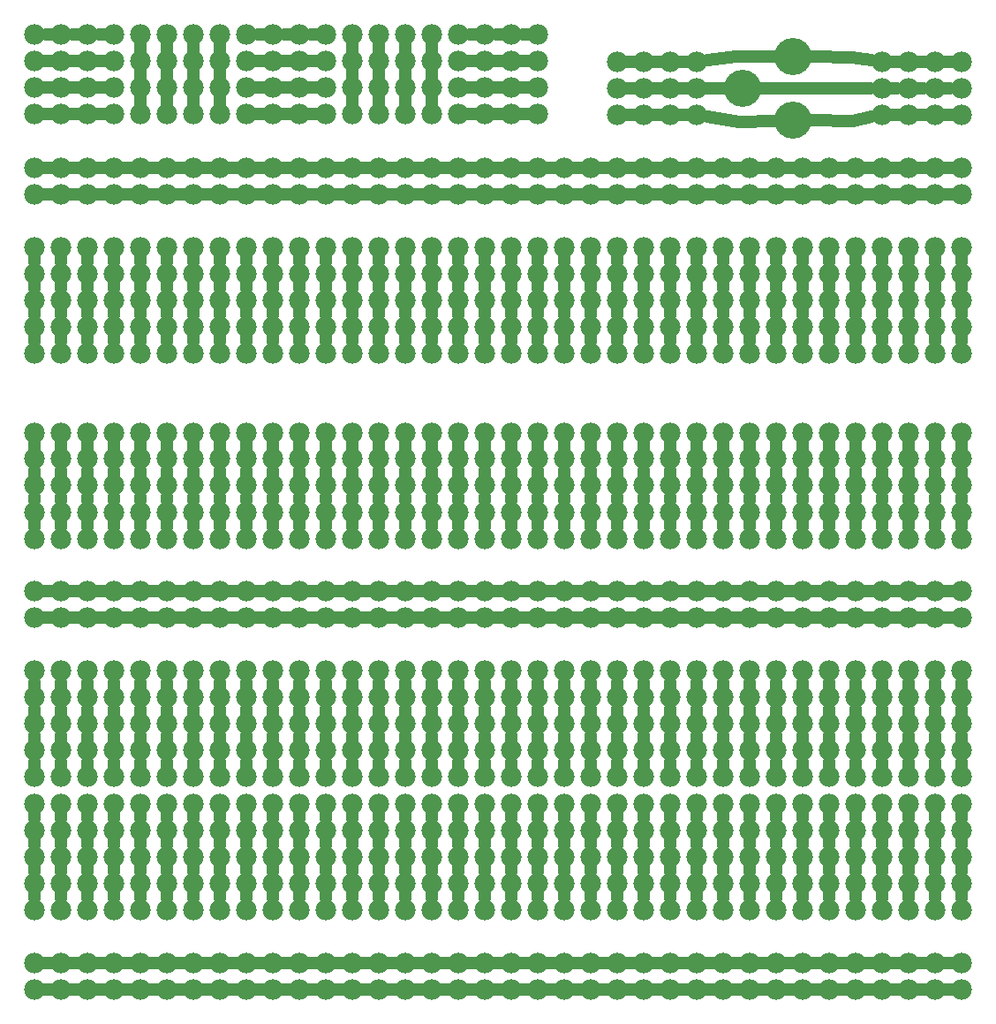
<source format=gbl>
G04 MADE WITH FRITZING*
G04 WWW.FRITZING.ORG*
G04 DOUBLE SIDED*
G04 HOLES PLATED*
G04 CONTOUR ON CENTER OF CONTOUR VECTOR*
%ASAXBY*%
%FSLAX23Y23*%
%MOIN*%
%OFA0B0*%
%SFA1.0B1.0*%
%ADD10C,0.140000*%
%ADD11C,0.078000*%
%ADD12C,0.048000*%
%LNCOPPER0*%
G90*
G70*
G54D10*
X3093Y3438D03*
X3093Y3678D03*
X2903Y3558D03*
G54D11*
X2130Y3461D03*
X2030Y3461D03*
X1930Y3461D03*
X1830Y3461D03*
X1730Y3461D03*
X1630Y3461D03*
X1530Y3461D03*
X1430Y3461D03*
X1330Y3461D03*
X1230Y3461D03*
X1130Y3461D03*
X1030Y3461D03*
X930Y3461D03*
X830Y3461D03*
X730Y3461D03*
X630Y3461D03*
X530Y3461D03*
X430Y3461D03*
X330Y3461D03*
X230Y3461D03*
X2131Y3561D03*
X2031Y3561D03*
X1931Y3561D03*
X1831Y3561D03*
X1731Y3561D03*
X1631Y3561D03*
X1531Y3561D03*
X1431Y3561D03*
X1331Y3561D03*
X1231Y3561D03*
X1131Y3561D03*
X1031Y3561D03*
X931Y3561D03*
X831Y3561D03*
X731Y3561D03*
X631Y3561D03*
X531Y3561D03*
X431Y3561D03*
X331Y3561D03*
X231Y3561D03*
X2131Y3661D03*
X2031Y3661D03*
X1931Y3661D03*
X1831Y3661D03*
X1731Y3661D03*
X1631Y3661D03*
X1531Y3661D03*
X1431Y3661D03*
X1331Y3661D03*
X1231Y3661D03*
X1131Y3661D03*
X1031Y3661D03*
X931Y3661D03*
X831Y3661D03*
X731Y3661D03*
X631Y3661D03*
X531Y3661D03*
X431Y3661D03*
X331Y3661D03*
X231Y3661D03*
X2131Y3761D03*
X2031Y3761D03*
X1931Y3761D03*
X1831Y3761D03*
X1731Y3761D03*
X1631Y3761D03*
X1531Y3761D03*
X1431Y3761D03*
X1331Y3761D03*
X1231Y3761D03*
X1131Y3761D03*
X1031Y3761D03*
X931Y3761D03*
X831Y3761D03*
X731Y3761D03*
X631Y3761D03*
X531Y3761D03*
X431Y3761D03*
X331Y3761D03*
X231Y3761D03*
X2730Y3559D03*
X2630Y3559D03*
X2530Y3559D03*
X2430Y3559D03*
X2730Y3459D03*
X2630Y3459D03*
X2530Y3459D03*
X2430Y3459D03*
X2731Y3659D03*
X2631Y3659D03*
X2531Y3659D03*
X2431Y3659D03*
X3730Y3459D03*
X3630Y3459D03*
X3530Y3459D03*
X3430Y3459D03*
X3730Y3559D03*
X3630Y3559D03*
X3530Y3559D03*
X3430Y3559D03*
X3730Y3659D03*
X3630Y3659D03*
X3530Y3659D03*
X3430Y3659D03*
X3731Y3159D03*
X3631Y3159D03*
X3531Y3159D03*
X3431Y3159D03*
X3331Y3159D03*
X3231Y3159D03*
X3131Y3159D03*
X3031Y3159D03*
X2931Y3159D03*
X2831Y3159D03*
X2731Y3159D03*
X2631Y3159D03*
X2531Y3159D03*
X2431Y3159D03*
X2331Y3159D03*
X2231Y3159D03*
X2131Y3159D03*
X2031Y3159D03*
X1931Y3159D03*
X1831Y3159D03*
X1731Y3159D03*
X1631Y3159D03*
X1531Y3159D03*
X1431Y3159D03*
X1331Y3159D03*
X1231Y3159D03*
X1131Y3159D03*
X1031Y3159D03*
X931Y3159D03*
X831Y3159D03*
X731Y3159D03*
X631Y3159D03*
X531Y3159D03*
X431Y3159D03*
X331Y3159D03*
X231Y3159D03*
X3730Y3259D03*
X3630Y3259D03*
X3530Y3259D03*
X3430Y3259D03*
X3330Y3259D03*
X3230Y3259D03*
X3130Y3259D03*
X3030Y3259D03*
X2930Y3259D03*
X2830Y3259D03*
X2730Y3259D03*
X2630Y3259D03*
X2530Y3259D03*
X2430Y3259D03*
X2330Y3259D03*
X2230Y3259D03*
X2130Y3259D03*
X2030Y3259D03*
X1930Y3259D03*
X1830Y3259D03*
X1730Y3259D03*
X1630Y3259D03*
X1530Y3259D03*
X1430Y3259D03*
X1330Y3259D03*
X1230Y3259D03*
X1130Y3259D03*
X1030Y3259D03*
X930Y3259D03*
X830Y3259D03*
X730Y3259D03*
X630Y3259D03*
X530Y3259D03*
X430Y3259D03*
X330Y3259D03*
X230Y3259D03*
X3730Y2859D03*
X3630Y2859D03*
X3530Y2859D03*
X3430Y2859D03*
X3330Y2859D03*
X3230Y2859D03*
X3130Y2859D03*
X3030Y2859D03*
X2930Y2859D03*
X2830Y2859D03*
X2730Y2859D03*
X2630Y2859D03*
X2530Y2859D03*
X2430Y2859D03*
X2330Y2859D03*
X2230Y2859D03*
X2130Y2859D03*
X2030Y2859D03*
X1930Y2859D03*
X1830Y2859D03*
X1730Y2859D03*
X1630Y2859D03*
X1530Y2859D03*
X1430Y2859D03*
X1330Y2859D03*
X1230Y2859D03*
X1130Y2859D03*
X1030Y2859D03*
X930Y2859D03*
X830Y2859D03*
X730Y2859D03*
X630Y2859D03*
X530Y2859D03*
X430Y2859D03*
X330Y2859D03*
X230Y2859D03*
X3730Y2659D03*
X3630Y2659D03*
X3530Y2659D03*
X3430Y2659D03*
X3330Y2659D03*
X3230Y2659D03*
X3130Y2659D03*
X3030Y2659D03*
X2930Y2659D03*
X2830Y2659D03*
X2730Y2659D03*
X2630Y2659D03*
X2530Y2659D03*
X2430Y2659D03*
X2330Y2659D03*
X2230Y2659D03*
X2130Y2659D03*
X2030Y2659D03*
X1930Y2659D03*
X1830Y2659D03*
X1730Y2659D03*
X1630Y2659D03*
X1530Y2659D03*
X1430Y2659D03*
X1330Y2659D03*
X1230Y2659D03*
X1130Y2659D03*
X1030Y2659D03*
X930Y2659D03*
X830Y2659D03*
X730Y2659D03*
X630Y2659D03*
X530Y2659D03*
X430Y2659D03*
X330Y2659D03*
X230Y2659D03*
X3730Y2959D03*
X3630Y2959D03*
X3530Y2959D03*
X3430Y2959D03*
X3330Y2959D03*
X3230Y2959D03*
X3130Y2959D03*
X3030Y2959D03*
X2930Y2959D03*
X2830Y2959D03*
X2730Y2959D03*
X2630Y2959D03*
X2530Y2959D03*
X2430Y2959D03*
X2330Y2959D03*
X2230Y2959D03*
X2130Y2959D03*
X2030Y2959D03*
X1930Y2959D03*
X1830Y2959D03*
X1730Y2959D03*
X1630Y2959D03*
X1530Y2959D03*
X1430Y2959D03*
X1330Y2959D03*
X1230Y2959D03*
X1130Y2959D03*
X1030Y2959D03*
X930Y2959D03*
X830Y2959D03*
X730Y2959D03*
X630Y2959D03*
X530Y2959D03*
X430Y2959D03*
X330Y2959D03*
X230Y2959D03*
X3731Y2759D03*
X3631Y2759D03*
X3531Y2759D03*
X3431Y2759D03*
X3331Y2759D03*
X3231Y2759D03*
X3131Y2759D03*
X3031Y2759D03*
X2931Y2759D03*
X2831Y2759D03*
X2731Y2759D03*
X2631Y2759D03*
X2531Y2759D03*
X2431Y2759D03*
X2331Y2759D03*
X2231Y2759D03*
X2131Y2759D03*
X2031Y2759D03*
X1931Y2759D03*
X1831Y2759D03*
X1731Y2759D03*
X1631Y2759D03*
X1531Y2759D03*
X1431Y2759D03*
X1331Y2759D03*
X1231Y2759D03*
X1131Y2759D03*
X1031Y2759D03*
X931Y2759D03*
X831Y2759D03*
X731Y2759D03*
X631Y2759D03*
X531Y2759D03*
X431Y2759D03*
X331Y2759D03*
X231Y2759D03*
X3730Y2559D03*
X3630Y2559D03*
X3530Y2559D03*
X3430Y2559D03*
X3330Y2559D03*
X3230Y2559D03*
X3130Y2559D03*
X3030Y2559D03*
X2930Y2559D03*
X2830Y2559D03*
X2730Y2559D03*
X2630Y2559D03*
X2530Y2559D03*
X2430Y2559D03*
X2330Y2559D03*
X2230Y2559D03*
X2130Y2559D03*
X2030Y2559D03*
X1930Y2559D03*
X1830Y2559D03*
X1730Y2559D03*
X1630Y2559D03*
X1530Y2559D03*
X1430Y2559D03*
X1330Y2559D03*
X1230Y2559D03*
X1130Y2559D03*
X1030Y2559D03*
X930Y2559D03*
X830Y2559D03*
X730Y2559D03*
X630Y2559D03*
X530Y2559D03*
X430Y2559D03*
X330Y2559D03*
X230Y2559D03*
X3731Y1560D03*
X3631Y1560D03*
X3531Y1560D03*
X3431Y1560D03*
X3331Y1560D03*
X3231Y1560D03*
X3131Y1560D03*
X3031Y1560D03*
X2931Y1560D03*
X2831Y1560D03*
X2731Y1560D03*
X2631Y1560D03*
X2531Y1560D03*
X2431Y1560D03*
X2331Y1560D03*
X2231Y1560D03*
X2131Y1560D03*
X2031Y1560D03*
X1931Y1560D03*
X1831Y1560D03*
X1731Y1560D03*
X1631Y1560D03*
X1531Y1560D03*
X1431Y1560D03*
X1331Y1560D03*
X1231Y1560D03*
X1131Y1560D03*
X1031Y1560D03*
X931Y1560D03*
X831Y1560D03*
X731Y1560D03*
X631Y1560D03*
X531Y1560D03*
X431Y1560D03*
X331Y1560D03*
X231Y1560D03*
X3730Y1660D03*
X3630Y1660D03*
X3530Y1660D03*
X3430Y1660D03*
X3330Y1660D03*
X3230Y1660D03*
X3130Y1660D03*
X3030Y1660D03*
X2930Y1660D03*
X2830Y1660D03*
X2730Y1660D03*
X2630Y1660D03*
X2530Y1660D03*
X2430Y1660D03*
X2330Y1660D03*
X2230Y1660D03*
X2130Y1660D03*
X2030Y1660D03*
X1930Y1660D03*
X1830Y1660D03*
X1730Y1660D03*
X1630Y1660D03*
X1530Y1660D03*
X1430Y1660D03*
X1330Y1660D03*
X1230Y1660D03*
X1130Y1660D03*
X1030Y1660D03*
X930Y1660D03*
X830Y1660D03*
X730Y1660D03*
X630Y1660D03*
X530Y1660D03*
X430Y1660D03*
X330Y1660D03*
X230Y1660D03*
X3730Y2060D03*
X3630Y2060D03*
X3530Y2060D03*
X3430Y2060D03*
X3330Y2060D03*
X3230Y2060D03*
X3130Y2060D03*
X3030Y2060D03*
X2930Y2060D03*
X2830Y2060D03*
X2730Y2060D03*
X2630Y2060D03*
X2530Y2060D03*
X2430Y2060D03*
X2330Y2060D03*
X2230Y2060D03*
X2130Y2060D03*
X2030Y2060D03*
X1930Y2060D03*
X1830Y2060D03*
X1730Y2060D03*
X1630Y2060D03*
X1530Y2060D03*
X1430Y2060D03*
X1330Y2060D03*
X1230Y2060D03*
X1130Y2060D03*
X1030Y2060D03*
X930Y2060D03*
X830Y2060D03*
X730Y2060D03*
X630Y2060D03*
X530Y2060D03*
X430Y2060D03*
X330Y2060D03*
X230Y2060D03*
X3730Y1859D03*
X3630Y1859D03*
X3530Y1859D03*
X3430Y1859D03*
X3330Y1859D03*
X3230Y1859D03*
X3130Y1859D03*
X3030Y1859D03*
X2930Y1859D03*
X2830Y1859D03*
X2730Y1859D03*
X2630Y1859D03*
X2530Y1859D03*
X2430Y1859D03*
X2330Y1859D03*
X2230Y1859D03*
X2130Y1859D03*
X2030Y1859D03*
X1930Y1859D03*
X1830Y1859D03*
X1730Y1859D03*
X1630Y1859D03*
X1530Y1859D03*
X1430Y1859D03*
X1330Y1859D03*
X1230Y1859D03*
X1130Y1859D03*
X1030Y1859D03*
X930Y1859D03*
X830Y1859D03*
X730Y1859D03*
X630Y1859D03*
X530Y1859D03*
X430Y1859D03*
X330Y1859D03*
X230Y1859D03*
X3730Y2160D03*
X3630Y2160D03*
X3530Y2160D03*
X3430Y2160D03*
X3330Y2160D03*
X3230Y2160D03*
X3130Y2160D03*
X3030Y2160D03*
X2930Y2160D03*
X2830Y2160D03*
X2730Y2160D03*
X2630Y2160D03*
X2530Y2160D03*
X2430Y2160D03*
X2330Y2160D03*
X2230Y2160D03*
X2130Y2160D03*
X2030Y2160D03*
X1930Y2160D03*
X1830Y2160D03*
X1730Y2160D03*
X1630Y2160D03*
X1530Y2160D03*
X1430Y2160D03*
X1330Y2160D03*
X1230Y2160D03*
X1130Y2160D03*
X1030Y2160D03*
X930Y2160D03*
X830Y2160D03*
X730Y2160D03*
X630Y2160D03*
X530Y2160D03*
X430Y2160D03*
X330Y2160D03*
X230Y2160D03*
X3730Y2259D03*
X3630Y2259D03*
X3530Y2259D03*
X3430Y2259D03*
X3330Y2259D03*
X3230Y2259D03*
X3130Y2259D03*
X3030Y2259D03*
X2930Y2259D03*
X2830Y2259D03*
X2730Y2259D03*
X2630Y2259D03*
X2530Y2259D03*
X2430Y2259D03*
X2330Y2259D03*
X2230Y2259D03*
X2130Y2259D03*
X2030Y2259D03*
X1930Y2259D03*
X1830Y2259D03*
X1730Y2259D03*
X1630Y2259D03*
X1530Y2259D03*
X1430Y2259D03*
X1330Y2259D03*
X1230Y2259D03*
X1130Y2259D03*
X1030Y2259D03*
X930Y2259D03*
X830Y2259D03*
X730Y2259D03*
X630Y2259D03*
X530Y2259D03*
X430Y2259D03*
X330Y2259D03*
X230Y2259D03*
X3729Y1959D03*
X3629Y1959D03*
X3529Y1959D03*
X3429Y1959D03*
X3329Y1959D03*
X3229Y1959D03*
X3129Y1959D03*
X3029Y1959D03*
X2929Y1959D03*
X2829Y1959D03*
X2729Y1959D03*
X2629Y1959D03*
X2529Y1959D03*
X2429Y1959D03*
X2329Y1959D03*
X2229Y1959D03*
X2129Y1959D03*
X2029Y1959D03*
X1929Y1959D03*
X1829Y1959D03*
X1729Y1959D03*
X1629Y1959D03*
X1529Y1959D03*
X1429Y1959D03*
X1329Y1959D03*
X1229Y1959D03*
X1129Y1959D03*
X1029Y1959D03*
X929Y1959D03*
X829Y1959D03*
X729Y1959D03*
X629Y1959D03*
X529Y1959D03*
X429Y1959D03*
X329Y1959D03*
X229Y1959D03*
X3731Y1160D03*
X3631Y1160D03*
X3531Y1160D03*
X3431Y1160D03*
X3331Y1160D03*
X3231Y1160D03*
X3131Y1160D03*
X3031Y1160D03*
X2931Y1160D03*
X2831Y1160D03*
X2731Y1160D03*
X2631Y1160D03*
X2531Y1160D03*
X2431Y1160D03*
X2331Y1160D03*
X2231Y1160D03*
X2131Y1160D03*
X2031Y1160D03*
X1931Y1160D03*
X1831Y1160D03*
X1731Y1160D03*
X1631Y1160D03*
X1531Y1160D03*
X1431Y1160D03*
X1331Y1160D03*
X1231Y1160D03*
X1131Y1160D03*
X1031Y1160D03*
X931Y1160D03*
X831Y1160D03*
X731Y1160D03*
X631Y1160D03*
X531Y1160D03*
X431Y1160D03*
X331Y1160D03*
X231Y1160D03*
X3730Y1360D03*
X3630Y1360D03*
X3530Y1360D03*
X3430Y1360D03*
X3330Y1360D03*
X3230Y1360D03*
X3130Y1360D03*
X3030Y1360D03*
X2930Y1360D03*
X2830Y1360D03*
X2730Y1360D03*
X2630Y1360D03*
X2530Y1360D03*
X2430Y1360D03*
X2330Y1360D03*
X2230Y1360D03*
X2130Y1360D03*
X2030Y1360D03*
X1930Y1360D03*
X1830Y1360D03*
X1730Y1360D03*
X1630Y1360D03*
X1530Y1360D03*
X1430Y1360D03*
X1330Y1360D03*
X1230Y1360D03*
X1130Y1360D03*
X1030Y1360D03*
X930Y1360D03*
X830Y1360D03*
X730Y1360D03*
X630Y1360D03*
X530Y1360D03*
X430Y1360D03*
X330Y1360D03*
X230Y1360D03*
X3730Y960D03*
X3630Y960D03*
X3530Y960D03*
X3430Y960D03*
X3330Y960D03*
X3230Y960D03*
X3130Y960D03*
X3030Y960D03*
X2930Y960D03*
X2830Y960D03*
X2730Y960D03*
X2630Y960D03*
X2530Y960D03*
X2430Y960D03*
X2330Y960D03*
X2230Y960D03*
X2130Y960D03*
X2030Y960D03*
X1930Y960D03*
X1830Y960D03*
X1730Y960D03*
X1630Y960D03*
X1530Y960D03*
X1430Y960D03*
X1330Y960D03*
X1230Y960D03*
X1130Y960D03*
X1030Y960D03*
X930Y960D03*
X830Y960D03*
X730Y960D03*
X630Y960D03*
X530Y960D03*
X430Y960D03*
X330Y960D03*
X230Y960D03*
X3730Y1060D03*
X3630Y1060D03*
X3530Y1060D03*
X3430Y1060D03*
X3330Y1060D03*
X3230Y1060D03*
X3130Y1060D03*
X3030Y1060D03*
X2930Y1060D03*
X2830Y1060D03*
X2730Y1060D03*
X2630Y1060D03*
X2530Y1060D03*
X2430Y1060D03*
X2330Y1060D03*
X2230Y1060D03*
X2130Y1060D03*
X2030Y1060D03*
X1930Y1060D03*
X1830Y1060D03*
X1730Y1060D03*
X1630Y1060D03*
X1530Y1060D03*
X1430Y1060D03*
X1330Y1060D03*
X1230Y1060D03*
X1130Y1060D03*
X1030Y1060D03*
X930Y1060D03*
X830Y1060D03*
X730Y1060D03*
X630Y1060D03*
X530Y1060D03*
X430Y1060D03*
X330Y1060D03*
X230Y1060D03*
X3730Y1260D03*
X3630Y1260D03*
X3530Y1260D03*
X3430Y1260D03*
X3330Y1260D03*
X3230Y1260D03*
X3130Y1260D03*
X3030Y1260D03*
X2930Y1260D03*
X2830Y1260D03*
X2730Y1260D03*
X2630Y1260D03*
X2530Y1260D03*
X2430Y1260D03*
X2330Y1260D03*
X2230Y1260D03*
X2130Y1260D03*
X2030Y1260D03*
X1930Y1260D03*
X1830Y1260D03*
X1730Y1260D03*
X1630Y1260D03*
X1530Y1260D03*
X1430Y1260D03*
X1330Y1260D03*
X1230Y1260D03*
X1130Y1260D03*
X1030Y1260D03*
X930Y1260D03*
X830Y1260D03*
X730Y1260D03*
X630Y1260D03*
X530Y1260D03*
X430Y1260D03*
X330Y1260D03*
X230Y1260D03*
X3731Y859D03*
X3631Y859D03*
X3531Y859D03*
X3431Y859D03*
X3331Y859D03*
X3231Y859D03*
X3131Y859D03*
X3031Y859D03*
X2931Y859D03*
X2831Y859D03*
X2731Y859D03*
X2631Y859D03*
X2531Y859D03*
X2431Y859D03*
X2331Y859D03*
X2231Y859D03*
X2131Y859D03*
X2031Y859D03*
X1931Y859D03*
X1831Y859D03*
X1731Y859D03*
X1631Y859D03*
X1531Y859D03*
X1431Y859D03*
X1331Y859D03*
X1231Y859D03*
X1131Y859D03*
X1031Y859D03*
X931Y859D03*
X831Y859D03*
X731Y859D03*
X631Y859D03*
X531Y859D03*
X431Y859D03*
X331Y859D03*
X231Y859D03*
X3730Y759D03*
X3630Y759D03*
X3530Y759D03*
X3430Y759D03*
X3330Y759D03*
X3230Y759D03*
X3130Y759D03*
X3030Y759D03*
X2930Y759D03*
X2830Y759D03*
X2730Y759D03*
X2630Y759D03*
X2530Y759D03*
X2430Y759D03*
X2330Y759D03*
X2230Y759D03*
X2130Y759D03*
X2030Y759D03*
X1930Y759D03*
X1830Y759D03*
X1730Y759D03*
X1630Y759D03*
X1530Y759D03*
X1430Y759D03*
X1330Y759D03*
X1230Y759D03*
X1130Y759D03*
X1030Y759D03*
X930Y759D03*
X830Y759D03*
X730Y759D03*
X630Y759D03*
X530Y759D03*
X430Y759D03*
X330Y759D03*
X230Y759D03*
X3731Y659D03*
X3631Y659D03*
X3531Y659D03*
X3431Y659D03*
X3331Y659D03*
X3231Y659D03*
X3131Y659D03*
X3031Y659D03*
X2931Y659D03*
X2831Y659D03*
X2731Y659D03*
X2631Y659D03*
X2531Y659D03*
X2431Y659D03*
X2331Y659D03*
X2231Y659D03*
X2131Y659D03*
X2031Y659D03*
X1931Y659D03*
X1831Y659D03*
X1731Y659D03*
X1631Y659D03*
X1531Y659D03*
X1431Y659D03*
X1331Y659D03*
X1231Y659D03*
X1131Y659D03*
X1031Y659D03*
X931Y659D03*
X831Y659D03*
X731Y659D03*
X631Y659D03*
X531Y659D03*
X431Y659D03*
X331Y659D03*
X231Y659D03*
X3730Y559D03*
X3630Y559D03*
X3530Y559D03*
X3430Y559D03*
X3330Y559D03*
X3230Y559D03*
X3130Y559D03*
X3030Y559D03*
X2930Y559D03*
X2830Y559D03*
X2730Y559D03*
X2630Y559D03*
X2530Y559D03*
X2430Y559D03*
X2330Y559D03*
X2230Y559D03*
X2130Y559D03*
X2030Y559D03*
X1930Y559D03*
X1830Y559D03*
X1730Y559D03*
X1630Y559D03*
X1530Y559D03*
X1430Y559D03*
X1330Y559D03*
X1230Y559D03*
X1130Y559D03*
X1030Y559D03*
X930Y559D03*
X830Y559D03*
X730Y559D03*
X630Y559D03*
X530Y559D03*
X430Y559D03*
X330Y559D03*
X230Y559D03*
X3731Y459D03*
X3631Y459D03*
X3531Y459D03*
X3431Y459D03*
X3331Y459D03*
X3231Y459D03*
X3131Y459D03*
X3031Y459D03*
X2931Y459D03*
X2831Y459D03*
X2731Y459D03*
X2631Y459D03*
X2531Y459D03*
X2431Y459D03*
X2331Y459D03*
X2231Y459D03*
X2131Y459D03*
X2031Y459D03*
X1931Y459D03*
X1831Y459D03*
X1731Y459D03*
X1631Y459D03*
X1531Y459D03*
X1431Y459D03*
X1331Y459D03*
X1231Y459D03*
X1131Y459D03*
X1031Y459D03*
X931Y459D03*
X831Y459D03*
X731Y459D03*
X631Y459D03*
X531Y459D03*
X431Y459D03*
X331Y459D03*
X231Y459D03*
X3731Y259D03*
X3631Y259D03*
X3531Y259D03*
X3431Y259D03*
X3331Y259D03*
X3231Y259D03*
X3131Y259D03*
X3031Y259D03*
X2931Y259D03*
X2831Y259D03*
X2731Y259D03*
X2631Y259D03*
X2531Y259D03*
X2431Y259D03*
X2331Y259D03*
X2231Y259D03*
X2131Y259D03*
X2031Y259D03*
X1931Y259D03*
X1831Y259D03*
X1731Y259D03*
X1631Y259D03*
X1531Y259D03*
X1431Y259D03*
X1331Y259D03*
X1231Y259D03*
X1131Y259D03*
X1031Y259D03*
X931Y259D03*
X831Y259D03*
X731Y259D03*
X631Y259D03*
X531Y259D03*
X431Y259D03*
X331Y259D03*
X231Y259D03*
X3731Y159D03*
X3631Y159D03*
X3531Y159D03*
X3431Y159D03*
X3331Y159D03*
X3231Y159D03*
X3131Y159D03*
X3031Y159D03*
X2931Y159D03*
X2831Y159D03*
X2731Y159D03*
X2631Y159D03*
X2531Y159D03*
X2431Y159D03*
X2331Y159D03*
X2231Y159D03*
X2131Y159D03*
X2031Y159D03*
X1931Y159D03*
X1831Y159D03*
X1731Y159D03*
X1631Y159D03*
X1531Y159D03*
X1431Y159D03*
X1331Y159D03*
X1231Y159D03*
X1131Y159D03*
X1031Y159D03*
X931Y159D03*
X831Y159D03*
X731Y159D03*
X631Y159D03*
X531Y159D03*
X431Y159D03*
X331Y159D03*
X231Y159D03*
G54D12*
X3730Y1019D02*
X3730Y1001D01*
D02*
X3388Y3559D02*
X2975Y3558D01*
D02*
X3489Y3659D02*
X3471Y3659D01*
D02*
X3488Y3559D02*
X3471Y3559D01*
D02*
X3489Y3459D02*
X3471Y3459D01*
D02*
X1890Y3761D02*
X1873Y3761D01*
D02*
X1990Y3761D02*
X1973Y3761D01*
D02*
X2073Y3761D02*
X2090Y3761D01*
D02*
X1872Y3661D02*
X1890Y3661D01*
D02*
X1972Y3661D02*
X1990Y3661D01*
D02*
X2072Y3661D02*
X2090Y3661D01*
D02*
X1872Y3561D02*
X1890Y3561D01*
D02*
X1972Y3561D02*
X1990Y3561D01*
D02*
X2072Y3561D02*
X2090Y3561D01*
D02*
X1872Y3461D02*
X1889Y3461D01*
D02*
X1972Y3461D02*
X1989Y3461D01*
D02*
X2072Y3461D02*
X2089Y3461D01*
D02*
X1731Y3720D02*
X1731Y3702D01*
D02*
X1731Y3620D02*
X1731Y3602D01*
D02*
X1731Y3520D02*
X1731Y3502D01*
D02*
X1631Y3520D02*
X1631Y3502D01*
D02*
X1631Y3602D02*
X1631Y3620D01*
D02*
X1631Y3702D02*
X1631Y3720D01*
D02*
X1531Y3702D02*
X1531Y3720D01*
D02*
X1531Y3620D02*
X1531Y3602D01*
D02*
X1531Y3520D02*
X1531Y3502D01*
D02*
X1431Y3502D02*
X1431Y3520D01*
D02*
X1431Y3602D02*
X1431Y3620D01*
D02*
X1431Y3702D02*
X1431Y3720D01*
D02*
X1289Y3461D02*
X1272Y3461D01*
D02*
X1189Y3461D02*
X1172Y3461D01*
D02*
X1089Y3461D02*
X1072Y3461D01*
D02*
X1290Y3561D02*
X1272Y3561D01*
D02*
X1190Y3561D02*
X1172Y3561D01*
D02*
X1090Y3561D02*
X1072Y3561D01*
D02*
X1290Y3661D02*
X1272Y3661D01*
D02*
X1190Y3661D02*
X1172Y3661D01*
D02*
X1090Y3661D02*
X1072Y3661D01*
D02*
X1290Y3761D02*
X1273Y3761D01*
D02*
X1190Y3761D02*
X1173Y3761D01*
D02*
X1090Y3761D02*
X1073Y3761D01*
D02*
X931Y3502D02*
X931Y3520D01*
D02*
X931Y3602D02*
X931Y3620D01*
D02*
X931Y3702D02*
X931Y3720D01*
D02*
X831Y3502D02*
X831Y3520D01*
D02*
X831Y3602D02*
X831Y3620D01*
D02*
X831Y3702D02*
X831Y3720D01*
D02*
X731Y3502D02*
X731Y3520D01*
D02*
X731Y3602D02*
X731Y3620D01*
D02*
X731Y3702D02*
X731Y3720D01*
D02*
X631Y3502D02*
X631Y3520D01*
D02*
X631Y3602D02*
X631Y3620D01*
D02*
X631Y3702D02*
X631Y3720D01*
D02*
X489Y3461D02*
X472Y3461D01*
D02*
X389Y3461D02*
X372Y3461D01*
D02*
X289Y3461D02*
X272Y3461D01*
D02*
X490Y3561D02*
X472Y3561D01*
D02*
X390Y3561D02*
X372Y3561D01*
D02*
X290Y3561D02*
X272Y3561D01*
D02*
X490Y3661D02*
X472Y3661D01*
D02*
X390Y3661D02*
X372Y3661D01*
D02*
X290Y3661D02*
X272Y3661D01*
D02*
X490Y3761D02*
X473Y3761D01*
D02*
X390Y3761D02*
X373Y3761D01*
D02*
X290Y3761D02*
X273Y3761D01*
D02*
X272Y3259D02*
X289Y3259D01*
D02*
X372Y3259D02*
X389Y3259D01*
D02*
X472Y3259D02*
X489Y3259D01*
D02*
X572Y3259D02*
X589Y3259D01*
D02*
X672Y3259D02*
X689Y3259D01*
D02*
X772Y3259D02*
X789Y3259D01*
D02*
X872Y3259D02*
X889Y3259D01*
D02*
X972Y3259D02*
X989Y3259D01*
D02*
X1072Y3259D02*
X1089Y3259D01*
D02*
X1172Y3259D02*
X1189Y3259D01*
D02*
X1272Y3259D02*
X1289Y3259D01*
D02*
X1372Y3259D02*
X1389Y3259D01*
D02*
X1472Y3259D02*
X1489Y3259D01*
D02*
X1572Y3259D02*
X1589Y3259D01*
D02*
X1672Y3259D02*
X1689Y3259D01*
D02*
X1772Y3259D02*
X1789Y3259D01*
D02*
X1872Y3259D02*
X1889Y3259D01*
D02*
X1972Y3259D02*
X1989Y3259D01*
D02*
X2072Y3259D02*
X2089Y3259D01*
D02*
X2172Y3259D02*
X2189Y3259D01*
D02*
X2272Y3259D02*
X2289Y3259D01*
D02*
X2372Y3259D02*
X2389Y3259D01*
D02*
X2472Y3259D02*
X2489Y3259D01*
D02*
X2572Y3259D02*
X2589Y3259D01*
D02*
X2672Y3259D02*
X2689Y3259D01*
D02*
X2772Y3259D02*
X2789Y3259D01*
D02*
X2872Y3259D02*
X2889Y3259D01*
D02*
X2972Y3259D02*
X2989Y3259D01*
D02*
X3072Y3259D02*
X3089Y3259D01*
D02*
X3172Y3259D02*
X3189Y3259D01*
D02*
X3272Y3259D02*
X3289Y3259D01*
D02*
X3372Y3259D02*
X3389Y3259D01*
D02*
X3472Y3259D02*
X3489Y3259D01*
D02*
X3572Y3259D02*
X3589Y3259D01*
D02*
X3672Y3259D02*
X3689Y3259D01*
D02*
X272Y3159D02*
X290Y3159D01*
D02*
X372Y3159D02*
X390Y3159D01*
D02*
X472Y3159D02*
X490Y3159D01*
D02*
X572Y3159D02*
X590Y3159D01*
D02*
X672Y3159D02*
X690Y3159D01*
D02*
X772Y3159D02*
X790Y3159D01*
D02*
X872Y3159D02*
X890Y3159D01*
D02*
X972Y3159D02*
X990Y3159D01*
D02*
X1072Y3159D02*
X1090Y3159D01*
D02*
X1172Y3159D02*
X1190Y3159D01*
D02*
X1272Y3159D02*
X1290Y3159D01*
D02*
X1372Y3159D02*
X1390Y3159D01*
D02*
X1472Y3159D02*
X1490Y3159D01*
D02*
X1572Y3159D02*
X1590Y3159D01*
D02*
X1672Y3159D02*
X1690Y3159D01*
D02*
X1772Y3159D02*
X1790Y3159D01*
D02*
X1872Y3159D02*
X1890Y3159D01*
D02*
X1972Y3159D02*
X1990Y3159D01*
D02*
X2072Y3159D02*
X2090Y3159D01*
D02*
X2172Y3159D02*
X2190Y3159D01*
D02*
X2272Y3159D02*
X2290Y3159D01*
D02*
X2372Y3159D02*
X2390Y3159D01*
D02*
X2472Y3159D02*
X2490Y3159D01*
D02*
X2572Y3159D02*
X2590Y3159D01*
D02*
X2672Y3159D02*
X2690Y3159D01*
D02*
X2772Y3159D02*
X2790Y3159D01*
D02*
X2872Y3159D02*
X2890Y3159D01*
D02*
X2972Y3159D02*
X2990Y3159D01*
D02*
X3072Y3159D02*
X3090Y3159D01*
D02*
X3172Y3159D02*
X3190Y3159D01*
D02*
X3272Y3159D02*
X3290Y3159D01*
D02*
X3372Y3159D02*
X3390Y3159D01*
D02*
X3472Y3159D02*
X3490Y3159D01*
D02*
X3572Y3159D02*
X3590Y3159D01*
D02*
X3672Y3159D02*
X3690Y3159D01*
D02*
X230Y2600D02*
X230Y2618D01*
D02*
X230Y2700D02*
X230Y2718D01*
D02*
X230Y2800D02*
X230Y2818D01*
D02*
X230Y2900D02*
X230Y2918D01*
D02*
X330Y2600D02*
X330Y2618D01*
D02*
X330Y2700D02*
X330Y2718D01*
D02*
X330Y2800D02*
X330Y2818D01*
D02*
X330Y2900D02*
X330Y2918D01*
D02*
X430Y2600D02*
X430Y2618D01*
D02*
X430Y2700D02*
X430Y2718D01*
D02*
X430Y2800D02*
X430Y2818D01*
D02*
X430Y2900D02*
X430Y2918D01*
D02*
X530Y2600D02*
X530Y2618D01*
D02*
X530Y2700D02*
X530Y2718D01*
D02*
X530Y2800D02*
X530Y2818D01*
D02*
X530Y2900D02*
X530Y2918D01*
D02*
X630Y2600D02*
X630Y2618D01*
D02*
X630Y2700D02*
X630Y2718D01*
D02*
X630Y2800D02*
X630Y2818D01*
D02*
X630Y2900D02*
X630Y2918D01*
D02*
X730Y2600D02*
X730Y2618D01*
D02*
X730Y2700D02*
X730Y2718D01*
D02*
X730Y2800D02*
X730Y2818D01*
D02*
X730Y2900D02*
X730Y2918D01*
D02*
X830Y2600D02*
X830Y2618D01*
D02*
X830Y2700D02*
X830Y2718D01*
D02*
X830Y2800D02*
X830Y2818D01*
D02*
X830Y2900D02*
X830Y2918D01*
D02*
X930Y2600D02*
X930Y2618D01*
D02*
X930Y2700D02*
X930Y2718D01*
D02*
X930Y2800D02*
X930Y2818D01*
D02*
X930Y2900D02*
X930Y2918D01*
D02*
X1030Y2600D02*
X1030Y2618D01*
D02*
X1030Y2700D02*
X1030Y2718D01*
D02*
X1030Y2800D02*
X1030Y2818D01*
D02*
X1030Y2900D02*
X1030Y2918D01*
D02*
X1130Y2600D02*
X1130Y2618D01*
D02*
X1130Y2700D02*
X1130Y2718D01*
D02*
X1130Y2800D02*
X1130Y2818D01*
D02*
X1130Y2900D02*
X1130Y2918D01*
D02*
X1230Y2600D02*
X1230Y2618D01*
D02*
X1230Y2700D02*
X1230Y2718D01*
D02*
X1230Y2800D02*
X1230Y2818D01*
D02*
X1230Y2900D02*
X1230Y2918D01*
D02*
X1330Y2600D02*
X1330Y2618D01*
D02*
X1330Y2700D02*
X1330Y2718D01*
D02*
X1330Y2800D02*
X1330Y2818D01*
D02*
X1330Y2900D02*
X1330Y2918D01*
D02*
X1430Y2600D02*
X1430Y2618D01*
D02*
X1430Y2700D02*
X1430Y2718D01*
D02*
X1430Y2800D02*
X1430Y2818D01*
D02*
X1430Y2900D02*
X1430Y2918D01*
D02*
X1530Y2600D02*
X1530Y2618D01*
D02*
X1530Y2700D02*
X1530Y2718D01*
D02*
X1530Y2800D02*
X1530Y2818D01*
D02*
X1530Y2900D02*
X1530Y2918D01*
D02*
X1630Y2600D02*
X1630Y2618D01*
D02*
X1630Y2700D02*
X1630Y2718D01*
D02*
X1630Y2800D02*
X1630Y2818D01*
D02*
X1630Y2900D02*
X1630Y2918D01*
D02*
X1730Y2600D02*
X1730Y2618D01*
D02*
X1730Y2700D02*
X1730Y2718D01*
D02*
X1730Y2800D02*
X1730Y2818D01*
D02*
X1730Y2900D02*
X1730Y2918D01*
D02*
X1830Y2600D02*
X1830Y2618D01*
D02*
X1830Y2700D02*
X1830Y2718D01*
D02*
X1830Y2800D02*
X1830Y2818D01*
D02*
X1830Y2900D02*
X1830Y2918D01*
D02*
X1930Y2600D02*
X1930Y2618D01*
D02*
X1930Y2700D02*
X1930Y2718D01*
D02*
X1930Y2800D02*
X1930Y2818D01*
D02*
X1930Y2900D02*
X1930Y2918D01*
D02*
X2030Y2600D02*
X2030Y2618D01*
D02*
X2030Y2700D02*
X2030Y2718D01*
D02*
X2030Y2800D02*
X2030Y2818D01*
D02*
X2030Y2900D02*
X2030Y2918D01*
D02*
X2130Y2600D02*
X2130Y2618D01*
D02*
X2130Y2700D02*
X2130Y2718D01*
D02*
X2130Y2800D02*
X2130Y2818D01*
D02*
X2130Y2900D02*
X2130Y2918D01*
D02*
X2230Y2600D02*
X2230Y2618D01*
D02*
X2230Y2700D02*
X2230Y2718D01*
D02*
X2230Y2800D02*
X2230Y2818D01*
D02*
X2230Y2900D02*
X2230Y2918D01*
D02*
X2330Y2600D02*
X2330Y2618D01*
D02*
X2330Y2700D02*
X2330Y2718D01*
D02*
X2330Y2800D02*
X2330Y2818D01*
D02*
X2330Y2900D02*
X2330Y2918D01*
D02*
X2430Y2600D02*
X2430Y2618D01*
D02*
X2430Y2700D02*
X2430Y2718D01*
D02*
X2430Y2800D02*
X2430Y2818D01*
D02*
X2430Y2900D02*
X2430Y2918D01*
D02*
X2530Y2600D02*
X2530Y2618D01*
D02*
X2530Y2700D02*
X2530Y2718D01*
D02*
X2530Y2800D02*
X2530Y2818D01*
D02*
X2530Y2900D02*
X2530Y2918D01*
D02*
X2630Y2600D02*
X2630Y2618D01*
D02*
X2630Y2700D02*
X2630Y2718D01*
D02*
X2630Y2800D02*
X2630Y2818D01*
D02*
X2630Y2900D02*
X2630Y2918D01*
D02*
X2730Y2600D02*
X2730Y2618D01*
D02*
X2730Y2700D02*
X2730Y2718D01*
D02*
X2730Y2800D02*
X2730Y2818D01*
D02*
X2730Y2900D02*
X2730Y2918D01*
D02*
X2830Y2600D02*
X2830Y2618D01*
D02*
X2830Y2700D02*
X2830Y2718D01*
D02*
X2830Y2800D02*
X2830Y2818D01*
D02*
X2830Y2900D02*
X2830Y2918D01*
D02*
X2930Y2600D02*
X2930Y2618D01*
D02*
X2930Y2700D02*
X2930Y2718D01*
D02*
X2930Y2800D02*
X2930Y2818D01*
D02*
X2930Y2900D02*
X2930Y2918D01*
D02*
X3030Y2600D02*
X3030Y2618D01*
D02*
X3030Y2700D02*
X3030Y2718D01*
D02*
X3030Y2800D02*
X3030Y2818D01*
D02*
X3030Y2900D02*
X3030Y2918D01*
D02*
X3130Y2600D02*
X3130Y2618D01*
D02*
X3130Y2700D02*
X3130Y2718D01*
D02*
X3130Y2800D02*
X3130Y2818D01*
D02*
X3130Y2900D02*
X3130Y2918D01*
D02*
X3230Y2600D02*
X3230Y2618D01*
D02*
X3230Y2700D02*
X3230Y2718D01*
D02*
X3230Y2800D02*
X3230Y2818D01*
D02*
X3230Y2900D02*
X3230Y2918D01*
D02*
X3330Y2600D02*
X3330Y2618D01*
D02*
X3330Y2700D02*
X3330Y2718D01*
D02*
X3330Y2800D02*
X3330Y2818D01*
D02*
X3330Y2900D02*
X3330Y2918D01*
D02*
X3430Y2600D02*
X3430Y2618D01*
D02*
X3430Y2700D02*
X3430Y2718D01*
D02*
X3430Y2800D02*
X3430Y2818D01*
D02*
X3430Y2900D02*
X3430Y2918D01*
D02*
X3530Y2600D02*
X3530Y2618D01*
D02*
X3530Y2700D02*
X3530Y2718D01*
D02*
X3530Y2800D02*
X3530Y2818D01*
D02*
X3530Y2900D02*
X3530Y2918D01*
D02*
X3630Y2600D02*
X3630Y2618D01*
D02*
X3630Y2700D02*
X3630Y2718D01*
D02*
X3630Y2800D02*
X3630Y2818D01*
D02*
X3630Y2900D02*
X3630Y2918D01*
D02*
X3730Y2600D02*
X3730Y2618D01*
D02*
X3730Y2700D02*
X3730Y2718D01*
D02*
X3730Y2800D02*
X3730Y2818D01*
D02*
X3730Y2900D02*
X3730Y2918D01*
D02*
X271Y1660D02*
X289Y1660D01*
D02*
X371Y1660D02*
X389Y1660D01*
D02*
X471Y1660D02*
X489Y1660D01*
D02*
X571Y1660D02*
X589Y1660D01*
D02*
X671Y1660D02*
X689Y1660D01*
D02*
X771Y1660D02*
X789Y1660D01*
D02*
X871Y1660D02*
X889Y1660D01*
D02*
X971Y1660D02*
X989Y1660D01*
D02*
X1071Y1660D02*
X1089Y1660D01*
D02*
X1171Y1660D02*
X1189Y1660D01*
D02*
X1271Y1660D02*
X1289Y1660D01*
D02*
X1371Y1660D02*
X1389Y1660D01*
D02*
X1471Y1660D02*
X1489Y1660D01*
D02*
X1571Y1660D02*
X1589Y1660D01*
D02*
X1671Y1660D02*
X1689Y1660D01*
D02*
X1771Y1660D02*
X1789Y1660D01*
D02*
X1871Y1660D02*
X1889Y1660D01*
D02*
X1971Y1660D02*
X1989Y1660D01*
D02*
X2071Y1660D02*
X2089Y1660D01*
D02*
X2171Y1660D02*
X2189Y1660D01*
D02*
X2271Y1660D02*
X2289Y1660D01*
D02*
X2371Y1660D02*
X2389Y1660D01*
D02*
X2471Y1660D02*
X2489Y1660D01*
D02*
X2571Y1660D02*
X2589Y1660D01*
D02*
X2671Y1660D02*
X2689Y1660D01*
D02*
X2771Y1660D02*
X2789Y1660D01*
D02*
X2871Y1660D02*
X2889Y1660D01*
D02*
X2971Y1660D02*
X2989Y1660D01*
D02*
X3071Y1660D02*
X3089Y1660D01*
D02*
X3171Y1660D02*
X3189Y1660D01*
D02*
X3271Y1660D02*
X3289Y1660D01*
D02*
X3371Y1660D02*
X3389Y1660D01*
D02*
X3471Y1660D02*
X3489Y1660D01*
D02*
X3571Y1660D02*
X3589Y1660D01*
D02*
X3671Y1660D02*
X3689Y1660D01*
D02*
X272Y1560D02*
X289Y1560D01*
D02*
X372Y1560D02*
X389Y1560D01*
D02*
X472Y1560D02*
X489Y1560D01*
D02*
X572Y1560D02*
X589Y1560D01*
D02*
X672Y1560D02*
X689Y1560D01*
D02*
X772Y1560D02*
X789Y1560D01*
D02*
X872Y1560D02*
X889Y1560D01*
D02*
X972Y1560D02*
X989Y1560D01*
D02*
X1072Y1560D02*
X1089Y1560D01*
D02*
X1172Y1560D02*
X1189Y1560D01*
D02*
X1272Y1560D02*
X1289Y1560D01*
D02*
X1372Y1560D02*
X1389Y1560D01*
D02*
X1472Y1560D02*
X1489Y1560D01*
D02*
X1572Y1560D02*
X1589Y1560D01*
D02*
X1672Y1560D02*
X1689Y1560D01*
D02*
X1772Y1560D02*
X1789Y1560D01*
D02*
X1872Y1560D02*
X1889Y1560D01*
D02*
X1972Y1560D02*
X1989Y1560D01*
D02*
X2072Y1560D02*
X2089Y1560D01*
D02*
X2172Y1560D02*
X2189Y1560D01*
D02*
X2272Y1560D02*
X2289Y1560D01*
D02*
X2372Y1560D02*
X2389Y1560D01*
D02*
X2472Y1560D02*
X2489Y1560D01*
D02*
X2572Y1560D02*
X2589Y1560D01*
D02*
X2672Y1560D02*
X2689Y1560D01*
D02*
X2772Y1560D02*
X2789Y1560D01*
D02*
X2872Y1560D02*
X2889Y1560D01*
D02*
X2972Y1560D02*
X2989Y1560D01*
D02*
X3072Y1560D02*
X3089Y1560D01*
D02*
X3172Y1560D02*
X3189Y1560D01*
D02*
X3272Y1560D02*
X3289Y1560D01*
D02*
X3372Y1560D02*
X3389Y1560D01*
D02*
X3472Y1560D02*
X3489Y1560D01*
D02*
X3572Y1560D02*
X3589Y1560D01*
D02*
X3672Y1560D02*
X3689Y1560D01*
D02*
X230Y2201D02*
X230Y2218D01*
D02*
X230Y2118D02*
X230Y2101D01*
D02*
X230Y2018D02*
X230Y2001D01*
D02*
X230Y1918D02*
X230Y1901D01*
D02*
X330Y1901D02*
X330Y1918D01*
D02*
X330Y2001D02*
X330Y2018D01*
D02*
X330Y2101D02*
X330Y2118D01*
D02*
X330Y2201D02*
X330Y2218D01*
D02*
X430Y1901D02*
X430Y1918D01*
D02*
X430Y2001D02*
X430Y2018D01*
D02*
X430Y2101D02*
X430Y2118D01*
D02*
X430Y2201D02*
X430Y2218D01*
D02*
X530Y1901D02*
X530Y1918D01*
D02*
X530Y2001D02*
X530Y2018D01*
D02*
X530Y2101D02*
X530Y2118D01*
D02*
X530Y2201D02*
X530Y2218D01*
D02*
X630Y1901D02*
X630Y1918D01*
D02*
X630Y2001D02*
X630Y2018D01*
D02*
X630Y2101D02*
X630Y2118D01*
D02*
X630Y2201D02*
X630Y2218D01*
D02*
X730Y1901D02*
X730Y1918D01*
D02*
X730Y2001D02*
X730Y2018D01*
D02*
X730Y2101D02*
X730Y2118D01*
D02*
X730Y2201D02*
X730Y2218D01*
D02*
X830Y1901D02*
X830Y1918D01*
D02*
X830Y2001D02*
X830Y2018D01*
D02*
X830Y2101D02*
X830Y2118D01*
D02*
X830Y2201D02*
X830Y2218D01*
D02*
X930Y1901D02*
X930Y1918D01*
D02*
X930Y2001D02*
X930Y2018D01*
D02*
X930Y2101D02*
X930Y2118D01*
D02*
X930Y2201D02*
X930Y2218D01*
D02*
X1030Y1901D02*
X1030Y1918D01*
D02*
X1030Y2001D02*
X1030Y2018D01*
D02*
X1030Y2101D02*
X1030Y2118D01*
D02*
X1030Y2201D02*
X1030Y2218D01*
D02*
X1130Y1901D02*
X1130Y1918D01*
D02*
X1130Y2001D02*
X1130Y2018D01*
D02*
X1130Y2101D02*
X1130Y2118D01*
D02*
X1130Y2201D02*
X1130Y2218D01*
D02*
X1230Y1901D02*
X1230Y1918D01*
D02*
X1230Y2001D02*
X1230Y2018D01*
D02*
X1230Y2101D02*
X1230Y2118D01*
D02*
X1230Y2201D02*
X1230Y2218D01*
D02*
X1330Y1901D02*
X1330Y1918D01*
D02*
X1330Y2001D02*
X1330Y2018D01*
D02*
X1330Y2101D02*
X1330Y2118D01*
D02*
X1330Y2201D02*
X1330Y2218D01*
D02*
X1430Y1901D02*
X1430Y1918D01*
D02*
X1430Y2001D02*
X1430Y2018D01*
D02*
X1430Y2101D02*
X1430Y2118D01*
D02*
X1430Y2201D02*
X1430Y2218D01*
D02*
X1530Y1901D02*
X1530Y1918D01*
D02*
X1530Y2001D02*
X1530Y2018D01*
D02*
X1530Y2101D02*
X1530Y2118D01*
D02*
X1530Y2201D02*
X1530Y2218D01*
D02*
X1630Y1901D02*
X1630Y1918D01*
D02*
X1630Y2001D02*
X1630Y2018D01*
D02*
X1630Y2101D02*
X1630Y2118D01*
D02*
X1630Y2201D02*
X1630Y2218D01*
D02*
X1730Y1901D02*
X1730Y1918D01*
D02*
X1730Y2001D02*
X1730Y2018D01*
D02*
X1730Y2101D02*
X1730Y2118D01*
D02*
X1730Y2201D02*
X1730Y2218D01*
D02*
X1830Y1901D02*
X1830Y1918D01*
D02*
X1830Y2001D02*
X1830Y2018D01*
D02*
X1830Y2101D02*
X1830Y2118D01*
D02*
X1830Y2201D02*
X1830Y2218D01*
D02*
X1930Y1901D02*
X1930Y1918D01*
D02*
X1930Y2001D02*
X1930Y2018D01*
D02*
X1930Y2101D02*
X1930Y2118D01*
D02*
X1930Y2201D02*
X1930Y2218D01*
D02*
X2030Y1901D02*
X2030Y1918D01*
D02*
X2030Y2001D02*
X2030Y2018D01*
D02*
X2030Y2101D02*
X2030Y2118D01*
D02*
X2030Y2201D02*
X2030Y2218D01*
D02*
X2130Y1901D02*
X2130Y1918D01*
D02*
X2130Y2001D02*
X2130Y2018D01*
D02*
X2130Y2101D02*
X2130Y2118D01*
D02*
X2130Y2201D02*
X2130Y2218D01*
D02*
X2230Y1901D02*
X2230Y1918D01*
D02*
X2230Y2001D02*
X2230Y2018D01*
D02*
X2230Y2101D02*
X2230Y2118D01*
D02*
X2230Y2201D02*
X2230Y2218D01*
D02*
X2330Y1901D02*
X2330Y1918D01*
D02*
X2330Y2001D02*
X2330Y2018D01*
D02*
X2330Y2101D02*
X2330Y2118D01*
D02*
X2330Y2201D02*
X2330Y2218D01*
D02*
X2430Y1901D02*
X2430Y1918D01*
D02*
X2430Y2001D02*
X2430Y2018D01*
D02*
X2430Y2101D02*
X2430Y2118D01*
D02*
X2430Y2201D02*
X2430Y2218D01*
D02*
X2530Y1901D02*
X2530Y1918D01*
D02*
X2530Y2001D02*
X2530Y2018D01*
D02*
X2530Y2101D02*
X2530Y2118D01*
D02*
X2530Y2201D02*
X2530Y2218D01*
D02*
X2630Y1901D02*
X2630Y1918D01*
D02*
X2630Y2001D02*
X2630Y2018D01*
D02*
X2630Y2101D02*
X2630Y2118D01*
D02*
X2630Y2201D02*
X2630Y2218D01*
D02*
X2730Y1901D02*
X2730Y1918D01*
D02*
X2730Y2001D02*
X2730Y2018D01*
D02*
X2730Y2101D02*
X2730Y2118D01*
D02*
X2730Y2201D02*
X2730Y2218D01*
D02*
X2830Y1901D02*
X2830Y1918D01*
D02*
X2830Y2001D02*
X2830Y2018D01*
D02*
X2830Y2101D02*
X2830Y2118D01*
D02*
X2830Y2201D02*
X2830Y2218D01*
D02*
X2930Y1901D02*
X2930Y1918D01*
D02*
X2930Y2001D02*
X2930Y2018D01*
D02*
X2930Y2101D02*
X2930Y2118D01*
D02*
X2930Y2201D02*
X2930Y2218D01*
D02*
X3030Y1901D02*
X3030Y1918D01*
D02*
X3030Y2001D02*
X3030Y2018D01*
D02*
X3030Y2101D02*
X3030Y2118D01*
D02*
X3030Y2201D02*
X3030Y2218D01*
D02*
X3130Y1901D02*
X3130Y1918D01*
D02*
X3130Y2001D02*
X3130Y2018D01*
D02*
X3130Y2101D02*
X3130Y2118D01*
D02*
X3130Y2201D02*
X3130Y2218D01*
D02*
X3230Y1901D02*
X3230Y1918D01*
D02*
X3230Y2001D02*
X3230Y2018D01*
D02*
X3230Y2101D02*
X3230Y2118D01*
D02*
X3230Y2201D02*
X3230Y2218D01*
D02*
X3330Y1901D02*
X3330Y1918D01*
D02*
X3330Y2001D02*
X3330Y2018D01*
D02*
X3330Y2101D02*
X3330Y2118D01*
D02*
X3330Y2201D02*
X3330Y2218D01*
D02*
X3430Y1901D02*
X3430Y1918D01*
D02*
X3430Y2001D02*
X3430Y2018D01*
D02*
X3430Y2101D02*
X3430Y2118D01*
D02*
X3430Y2201D02*
X3430Y2218D01*
D02*
X3530Y1901D02*
X3530Y1918D01*
D02*
X3530Y2001D02*
X3530Y2018D01*
D02*
X3530Y2101D02*
X3530Y2118D01*
D02*
X3530Y2201D02*
X3530Y2218D01*
D02*
X3630Y1901D02*
X3630Y1918D01*
D02*
X3630Y2001D02*
X3630Y2018D01*
D02*
X3630Y2101D02*
X3630Y2118D01*
D02*
X3630Y2201D02*
X3630Y2218D01*
D02*
X3730Y1901D02*
X3730Y1918D01*
D02*
X3730Y2001D02*
X3730Y2018D01*
D02*
X3730Y2101D02*
X3730Y2118D01*
D02*
X3730Y2201D02*
X3730Y2218D01*
D02*
X272Y259D02*
X290Y259D01*
D02*
X372Y259D02*
X390Y259D01*
D02*
X472Y259D02*
X490Y259D01*
D02*
X572Y259D02*
X590Y259D01*
D02*
X672Y259D02*
X690Y259D01*
D02*
X772Y259D02*
X790Y259D01*
D02*
X872Y259D02*
X890Y259D01*
D02*
X972Y259D02*
X990Y259D01*
D02*
X1072Y259D02*
X1090Y259D01*
D02*
X1172Y259D02*
X1190Y259D01*
D02*
X1272Y259D02*
X1290Y259D01*
D02*
X1372Y259D02*
X1390Y259D01*
D02*
X1472Y259D02*
X1490Y259D01*
D02*
X1572Y259D02*
X1590Y259D01*
D02*
X1672Y259D02*
X1690Y259D01*
D02*
X1772Y259D02*
X1790Y259D01*
D02*
X1872Y259D02*
X1890Y259D01*
D02*
X1972Y259D02*
X1990Y259D01*
D02*
X2072Y259D02*
X2090Y259D01*
D02*
X2172Y259D02*
X2190Y259D01*
D02*
X2272Y259D02*
X2290Y259D01*
D02*
X2372Y259D02*
X2390Y259D01*
D02*
X2472Y259D02*
X2490Y259D01*
D02*
X2572Y259D02*
X2590Y259D01*
D02*
X2672Y259D02*
X2690Y259D01*
D02*
X2772Y259D02*
X2790Y259D01*
D02*
X2872Y259D02*
X2890Y259D01*
D02*
X2972Y259D02*
X2990Y259D01*
D02*
X3072Y259D02*
X3090Y259D01*
D02*
X3172Y259D02*
X3190Y259D01*
D02*
X3272Y259D02*
X3290Y259D01*
D02*
X3372Y259D02*
X3390Y259D01*
D02*
X3472Y259D02*
X3490Y259D01*
D02*
X3572Y259D02*
X3590Y259D01*
D02*
X3672Y259D02*
X3690Y259D01*
D02*
X272Y159D02*
X290Y159D01*
D02*
X372Y159D02*
X390Y159D01*
D02*
X472Y159D02*
X490Y159D01*
D02*
X572Y159D02*
X590Y159D01*
D02*
X672Y159D02*
X690Y159D01*
D02*
X772Y159D02*
X790Y159D01*
D02*
X872Y159D02*
X890Y159D01*
D02*
X972Y159D02*
X990Y159D01*
D02*
X1072Y159D02*
X1090Y159D01*
D02*
X1172Y159D02*
X1190Y159D01*
D02*
X1272Y159D02*
X1290Y159D01*
D02*
X1372Y159D02*
X1390Y159D01*
D02*
X1472Y159D02*
X1490Y159D01*
D02*
X1572Y159D02*
X1590Y159D01*
D02*
X1672Y159D02*
X1690Y159D01*
D02*
X1772Y159D02*
X1790Y159D01*
D02*
X1872Y159D02*
X1890Y159D01*
D02*
X1972Y159D02*
X1990Y159D01*
D02*
X2072Y159D02*
X2090Y159D01*
D02*
X2172Y159D02*
X2190Y159D01*
D02*
X2272Y159D02*
X2290Y159D01*
D02*
X2372Y159D02*
X2390Y159D01*
D02*
X2472Y159D02*
X2490Y159D01*
D02*
X2572Y159D02*
X2590Y159D01*
D02*
X2672Y159D02*
X2690Y159D01*
D02*
X2772Y159D02*
X2790Y159D01*
D02*
X2872Y159D02*
X2890Y159D01*
D02*
X2972Y159D02*
X2990Y159D01*
D02*
X3072Y159D02*
X3090Y159D01*
D02*
X3172Y159D02*
X3190Y159D01*
D02*
X3272Y159D02*
X3290Y159D01*
D02*
X3372Y159D02*
X3390Y159D01*
D02*
X3472Y159D02*
X3490Y159D01*
D02*
X3572Y159D02*
X3590Y159D01*
D02*
X3672Y159D02*
X3690Y159D01*
D02*
X230Y1019D02*
X230Y1001D01*
D02*
X230Y1101D02*
X230Y1119D01*
D02*
X230Y1201D02*
X230Y1219D01*
D02*
X230Y1301D02*
X230Y1319D01*
D02*
X330Y1001D02*
X330Y1019D01*
D02*
X330Y1101D02*
X330Y1119D01*
D02*
X330Y1201D02*
X330Y1219D01*
D02*
X330Y1301D02*
X330Y1319D01*
D02*
X430Y1001D02*
X430Y1019D01*
D02*
X430Y1101D02*
X430Y1119D01*
D02*
X430Y1201D02*
X430Y1219D01*
D02*
X430Y1301D02*
X430Y1319D01*
D02*
X530Y1001D02*
X530Y1019D01*
D02*
X530Y1101D02*
X530Y1119D01*
D02*
X530Y1201D02*
X530Y1219D01*
D02*
X530Y1301D02*
X530Y1319D01*
D02*
X630Y1001D02*
X630Y1019D01*
D02*
X630Y1101D02*
X630Y1119D01*
D02*
X630Y1201D02*
X630Y1219D01*
D02*
X630Y1301D02*
X630Y1319D01*
D02*
X730Y1001D02*
X730Y1019D01*
D02*
X730Y1101D02*
X730Y1119D01*
D02*
X730Y1201D02*
X730Y1219D01*
D02*
X730Y1301D02*
X730Y1319D01*
D02*
X830Y1001D02*
X830Y1019D01*
D02*
X830Y1101D02*
X830Y1119D01*
D02*
X830Y1201D02*
X830Y1219D01*
D02*
X830Y1301D02*
X830Y1319D01*
D02*
X930Y1001D02*
X930Y1019D01*
D02*
X930Y1101D02*
X930Y1119D01*
D02*
X930Y1201D02*
X930Y1219D01*
D02*
X930Y1301D02*
X930Y1319D01*
D02*
X1030Y1001D02*
X1030Y1019D01*
D02*
X1030Y1101D02*
X1030Y1119D01*
D02*
X1030Y1201D02*
X1030Y1219D01*
D02*
X1030Y1301D02*
X1030Y1319D01*
D02*
X1130Y1001D02*
X1130Y1019D01*
D02*
X1130Y1101D02*
X1130Y1119D01*
D02*
X1130Y1201D02*
X1130Y1219D01*
D02*
X1130Y1301D02*
X1130Y1319D01*
D02*
X1230Y1001D02*
X1230Y1019D01*
D02*
X1230Y1101D02*
X1230Y1119D01*
D02*
X1230Y1201D02*
X1230Y1219D01*
D02*
X1230Y1301D02*
X1230Y1319D01*
D02*
X1330Y1001D02*
X1330Y1019D01*
D02*
X1330Y1101D02*
X1330Y1119D01*
D02*
X1330Y1201D02*
X1330Y1219D01*
D02*
X1330Y1301D02*
X1330Y1319D01*
D02*
X1430Y1001D02*
X1430Y1019D01*
D02*
X1430Y1101D02*
X1430Y1119D01*
D02*
X1430Y1201D02*
X1430Y1219D01*
D02*
X1430Y1301D02*
X1430Y1319D01*
D02*
X1530Y1001D02*
X1530Y1019D01*
D02*
X1530Y1101D02*
X1530Y1119D01*
D02*
X1530Y1201D02*
X1530Y1219D01*
D02*
X1530Y1301D02*
X1530Y1319D01*
D02*
X1630Y1001D02*
X1630Y1019D01*
D02*
X1630Y1101D02*
X1630Y1119D01*
D02*
X1630Y1201D02*
X1630Y1219D01*
D02*
X1630Y1301D02*
X1630Y1319D01*
D02*
X1730Y1001D02*
X1730Y1019D01*
D02*
X1730Y1101D02*
X1730Y1119D01*
D02*
X1730Y1201D02*
X1730Y1219D01*
D02*
X1730Y1301D02*
X1730Y1319D01*
D02*
X1830Y1001D02*
X1830Y1019D01*
D02*
X1830Y1101D02*
X1830Y1119D01*
D02*
X1830Y1201D02*
X1830Y1219D01*
D02*
X1830Y1301D02*
X1830Y1319D01*
D02*
X1930Y1001D02*
X1930Y1019D01*
D02*
X1930Y1101D02*
X1930Y1119D01*
D02*
X1930Y1201D02*
X1930Y1219D01*
D02*
X1930Y1301D02*
X1930Y1319D01*
D02*
X2030Y1001D02*
X2030Y1019D01*
D02*
X2030Y1101D02*
X2030Y1119D01*
D02*
X2030Y1201D02*
X2030Y1219D01*
D02*
X2030Y1301D02*
X2030Y1319D01*
D02*
X2130Y1001D02*
X2130Y1019D01*
D02*
X2130Y1101D02*
X2130Y1119D01*
D02*
X2130Y1201D02*
X2130Y1219D01*
D02*
X2130Y1301D02*
X2130Y1319D01*
D02*
X2230Y1001D02*
X2230Y1019D01*
D02*
X2230Y1101D02*
X2230Y1119D01*
D02*
X2230Y1201D02*
X2230Y1219D01*
D02*
X2230Y1301D02*
X2230Y1319D01*
D02*
X2330Y1001D02*
X2330Y1019D01*
D02*
X2330Y1101D02*
X2330Y1119D01*
D02*
X2330Y1201D02*
X2330Y1219D01*
D02*
X2330Y1301D02*
X2330Y1319D01*
D02*
X2430Y1001D02*
X2430Y1019D01*
D02*
X2430Y1101D02*
X2430Y1119D01*
D02*
X2430Y1201D02*
X2430Y1219D01*
D02*
X2430Y1301D02*
X2430Y1319D01*
D02*
X2530Y1001D02*
X2530Y1019D01*
D02*
X2530Y1101D02*
X2530Y1119D01*
D02*
X2530Y1201D02*
X2530Y1219D01*
D02*
X2530Y1301D02*
X2530Y1319D01*
D02*
X2630Y1001D02*
X2630Y1019D01*
D02*
X2630Y1101D02*
X2630Y1119D01*
D02*
X2630Y1201D02*
X2630Y1219D01*
D02*
X2630Y1301D02*
X2630Y1319D01*
D02*
X2730Y1001D02*
X2730Y1019D01*
D02*
X2730Y1101D02*
X2730Y1119D01*
D02*
X2730Y1201D02*
X2730Y1219D01*
D02*
X2730Y1301D02*
X2730Y1319D01*
D02*
X2830Y1001D02*
X2830Y1019D01*
D02*
X2830Y1101D02*
X2830Y1119D01*
D02*
X2830Y1201D02*
X2830Y1219D01*
D02*
X2830Y1301D02*
X2830Y1319D01*
D02*
X2930Y1001D02*
X2930Y1019D01*
D02*
X2930Y1101D02*
X2930Y1119D01*
D02*
X2930Y1201D02*
X2930Y1219D01*
D02*
X2930Y1301D02*
X2930Y1319D01*
D02*
X3030Y1001D02*
X3030Y1019D01*
D02*
X3030Y1101D02*
X3030Y1119D01*
D02*
X3030Y1201D02*
X3030Y1219D01*
D02*
X3030Y1301D02*
X3030Y1319D01*
D02*
X3130Y1001D02*
X3130Y1019D01*
D02*
X3130Y1101D02*
X3130Y1119D01*
D02*
X3130Y1201D02*
X3130Y1219D01*
D02*
X3130Y1301D02*
X3130Y1319D01*
D02*
X3230Y1001D02*
X3230Y1019D01*
D02*
X3230Y1101D02*
X3230Y1119D01*
D02*
X3230Y1201D02*
X3230Y1219D01*
D02*
X3230Y1301D02*
X3230Y1319D01*
D02*
X3330Y1001D02*
X3330Y1019D01*
D02*
X3330Y1101D02*
X3330Y1119D01*
D02*
X3330Y1201D02*
X3330Y1219D01*
D02*
X3330Y1301D02*
X3330Y1319D01*
D02*
X3430Y1001D02*
X3430Y1019D01*
D02*
X3430Y1101D02*
X3430Y1119D01*
D02*
X3430Y1201D02*
X3430Y1219D01*
D02*
X3430Y1301D02*
X3430Y1319D01*
D02*
X3530Y1001D02*
X3530Y1019D01*
D02*
X3530Y1101D02*
X3530Y1119D01*
D02*
X3530Y1201D02*
X3530Y1219D01*
D02*
X3530Y1301D02*
X3530Y1319D01*
D02*
X3630Y1001D02*
X3630Y1019D01*
D02*
X3630Y1101D02*
X3630Y1119D01*
D02*
X3630Y1201D02*
X3630Y1219D01*
D02*
X3630Y1301D02*
X3630Y1319D01*
D02*
X3730Y1101D02*
X3730Y1119D01*
D02*
X3730Y1201D02*
X3730Y1219D01*
D02*
X3730Y1301D02*
X3730Y1319D01*
D02*
X231Y500D02*
X230Y518D01*
D02*
X231Y600D02*
X231Y618D01*
D02*
X231Y701D02*
X231Y718D01*
D02*
X231Y801D02*
X231Y818D01*
D02*
X331Y500D02*
X330Y518D01*
D02*
X331Y600D02*
X331Y618D01*
D02*
X331Y701D02*
X331Y718D01*
D02*
X331Y801D02*
X331Y818D01*
D02*
X431Y500D02*
X430Y518D01*
D02*
X431Y600D02*
X431Y618D01*
D02*
X431Y701D02*
X431Y718D01*
D02*
X431Y801D02*
X431Y818D01*
D02*
X531Y500D02*
X530Y518D01*
D02*
X531Y600D02*
X531Y618D01*
D02*
X531Y701D02*
X531Y718D01*
D02*
X531Y801D02*
X531Y818D01*
D02*
X631Y500D02*
X630Y518D01*
D02*
X631Y600D02*
X631Y618D01*
D02*
X631Y701D02*
X631Y718D01*
D02*
X631Y801D02*
X631Y818D01*
D02*
X731Y500D02*
X730Y518D01*
D02*
X731Y600D02*
X731Y618D01*
D02*
X731Y701D02*
X731Y718D01*
D02*
X731Y801D02*
X731Y818D01*
D02*
X831Y500D02*
X830Y518D01*
D02*
X831Y600D02*
X831Y618D01*
D02*
X831Y701D02*
X831Y718D01*
D02*
X831Y801D02*
X831Y818D01*
D02*
X931Y500D02*
X930Y518D01*
D02*
X931Y600D02*
X931Y618D01*
D02*
X931Y701D02*
X931Y718D01*
D02*
X931Y801D02*
X931Y818D01*
D02*
X1031Y500D02*
X1030Y518D01*
D02*
X1031Y600D02*
X1031Y618D01*
D02*
X1031Y701D02*
X1031Y718D01*
D02*
X1031Y801D02*
X1031Y818D01*
D02*
X1131Y500D02*
X1130Y518D01*
D02*
X1131Y600D02*
X1131Y618D01*
D02*
X1131Y701D02*
X1131Y718D01*
D02*
X1131Y801D02*
X1131Y818D01*
D02*
X1231Y500D02*
X1230Y518D01*
D02*
X1231Y600D02*
X1231Y618D01*
D02*
X1231Y701D02*
X1231Y718D01*
D02*
X1231Y801D02*
X1231Y818D01*
D02*
X1331Y500D02*
X1330Y518D01*
D02*
X1331Y600D02*
X1331Y618D01*
D02*
X1331Y701D02*
X1331Y718D01*
D02*
X1331Y801D02*
X1331Y818D01*
D02*
X1431Y500D02*
X1430Y518D01*
D02*
X1431Y600D02*
X1431Y618D01*
D02*
X1431Y701D02*
X1431Y718D01*
D02*
X1431Y801D02*
X1431Y818D01*
D02*
X1531Y500D02*
X1530Y518D01*
D02*
X1531Y600D02*
X1531Y618D01*
D02*
X1531Y701D02*
X1531Y718D01*
D02*
X1531Y801D02*
X1531Y818D01*
D02*
X1631Y500D02*
X1630Y518D01*
D02*
X1631Y600D02*
X1631Y618D01*
D02*
X1631Y701D02*
X1631Y718D01*
D02*
X1631Y801D02*
X1631Y818D01*
D02*
X1731Y500D02*
X1730Y518D01*
D02*
X1731Y600D02*
X1731Y618D01*
D02*
X1731Y701D02*
X1731Y718D01*
D02*
X1731Y801D02*
X1731Y818D01*
D02*
X1831Y500D02*
X1830Y518D01*
D02*
X1831Y600D02*
X1831Y618D01*
D02*
X1831Y701D02*
X1831Y718D01*
D02*
X1831Y801D02*
X1831Y818D01*
D02*
X1931Y500D02*
X1930Y518D01*
D02*
X1931Y600D02*
X1931Y618D01*
D02*
X1931Y701D02*
X1931Y718D01*
D02*
X1931Y801D02*
X1931Y818D01*
D02*
X2031Y500D02*
X2030Y518D01*
D02*
X2031Y600D02*
X2031Y618D01*
D02*
X2031Y701D02*
X2031Y718D01*
D02*
X2031Y801D02*
X2031Y818D01*
D02*
X2131Y500D02*
X2130Y518D01*
D02*
X2131Y600D02*
X2131Y618D01*
D02*
X2131Y701D02*
X2131Y718D01*
D02*
X2131Y801D02*
X2131Y818D01*
D02*
X2231Y500D02*
X2230Y518D01*
D02*
X2231Y600D02*
X2231Y618D01*
D02*
X2231Y701D02*
X2231Y718D01*
D02*
X2231Y801D02*
X2231Y818D01*
D02*
X2331Y500D02*
X2330Y518D01*
D02*
X2331Y600D02*
X2331Y618D01*
D02*
X2331Y701D02*
X2331Y718D01*
D02*
X2331Y801D02*
X2331Y818D01*
D02*
X2431Y500D02*
X2430Y518D01*
D02*
X2431Y600D02*
X2431Y618D01*
D02*
X2431Y701D02*
X2431Y718D01*
D02*
X2431Y801D02*
X2431Y818D01*
D02*
X2531Y500D02*
X2530Y518D01*
D02*
X2531Y600D02*
X2531Y618D01*
D02*
X2531Y701D02*
X2531Y718D01*
D02*
X2531Y801D02*
X2531Y818D01*
D02*
X2631Y500D02*
X2630Y518D01*
D02*
X2631Y600D02*
X2631Y618D01*
D02*
X2631Y701D02*
X2631Y718D01*
D02*
X2631Y801D02*
X2631Y818D01*
D02*
X2731Y500D02*
X2730Y518D01*
D02*
X2731Y600D02*
X2731Y618D01*
D02*
X2731Y701D02*
X2731Y718D01*
D02*
X2731Y801D02*
X2731Y818D01*
D02*
X2831Y500D02*
X2830Y518D01*
D02*
X2831Y600D02*
X2831Y618D01*
D02*
X2831Y701D02*
X2831Y718D01*
D02*
X2831Y801D02*
X2831Y818D01*
D02*
X2931Y500D02*
X2930Y518D01*
D02*
X2931Y600D02*
X2931Y618D01*
D02*
X2931Y701D02*
X2931Y718D01*
D02*
X2931Y801D02*
X2931Y818D01*
D02*
X3031Y500D02*
X3030Y518D01*
D02*
X3031Y600D02*
X3031Y618D01*
D02*
X3031Y701D02*
X3031Y718D01*
D02*
X3031Y801D02*
X3031Y818D01*
D02*
X3131Y500D02*
X3130Y518D01*
D02*
X3131Y600D02*
X3131Y618D01*
D02*
X3131Y701D02*
X3131Y718D01*
D02*
X3131Y801D02*
X3131Y818D01*
D02*
X3231Y500D02*
X3230Y518D01*
D02*
X3231Y600D02*
X3231Y618D01*
D02*
X3231Y701D02*
X3231Y718D01*
D02*
X3231Y801D02*
X3231Y818D01*
D02*
X3331Y500D02*
X3330Y518D01*
D02*
X3331Y600D02*
X3331Y618D01*
D02*
X3331Y701D02*
X3331Y718D01*
D02*
X3331Y801D02*
X3331Y818D01*
D02*
X3431Y500D02*
X3430Y518D01*
D02*
X3431Y600D02*
X3431Y618D01*
D02*
X3431Y701D02*
X3431Y718D01*
D02*
X3431Y801D02*
X3431Y818D01*
D02*
X3531Y500D02*
X3530Y518D01*
D02*
X3531Y600D02*
X3531Y618D01*
D02*
X3531Y701D02*
X3531Y718D01*
D02*
X3531Y801D02*
X3531Y818D01*
D02*
X3631Y500D02*
X3630Y518D01*
D02*
X3631Y600D02*
X3631Y618D01*
D02*
X3631Y701D02*
X3631Y718D01*
D02*
X3631Y801D02*
X3631Y818D01*
D02*
X3731Y500D02*
X3730Y518D01*
D02*
X3731Y600D02*
X3731Y618D01*
D02*
X3731Y701D02*
X3731Y718D01*
D02*
X3731Y801D02*
X3731Y818D01*
D02*
X3318Y3676D02*
X3165Y3677D01*
D02*
X3389Y3665D02*
X3318Y3676D01*
D02*
X3319Y3435D02*
X3165Y3437D01*
D02*
X3389Y3451D02*
X3319Y3435D01*
D02*
X3589Y3659D02*
X3571Y3659D01*
D02*
X3671Y3659D02*
X3689Y3659D01*
D02*
X3671Y3559D02*
X3688Y3559D01*
D02*
X3588Y3559D02*
X3571Y3559D01*
D02*
X3589Y3459D02*
X3571Y3459D01*
D02*
X3671Y3459D02*
X3689Y3459D01*
D02*
X2772Y3559D02*
X2831Y3559D01*
D02*
X2689Y3559D02*
X2672Y3559D01*
D02*
X2589Y3559D02*
X2572Y3559D01*
D02*
X2689Y3459D02*
X2672Y3459D01*
D02*
X2589Y3459D02*
X2572Y3459D01*
D02*
X2690Y3659D02*
X2672Y3659D01*
D02*
X2590Y3659D02*
X2572Y3659D01*
D02*
X2881Y3679D02*
X3021Y3678D01*
D02*
X2772Y3665D02*
X2881Y3679D01*
D02*
X2892Y3430D02*
X3021Y3435D01*
D02*
X2771Y3452D02*
X2892Y3430D01*
D02*
X2490Y3659D02*
X2472Y3659D01*
D02*
X2489Y3559D02*
X2472Y3559D01*
D02*
X2489Y3459D02*
X2472Y3459D01*
G04 End of Copper0*
M02*
</source>
